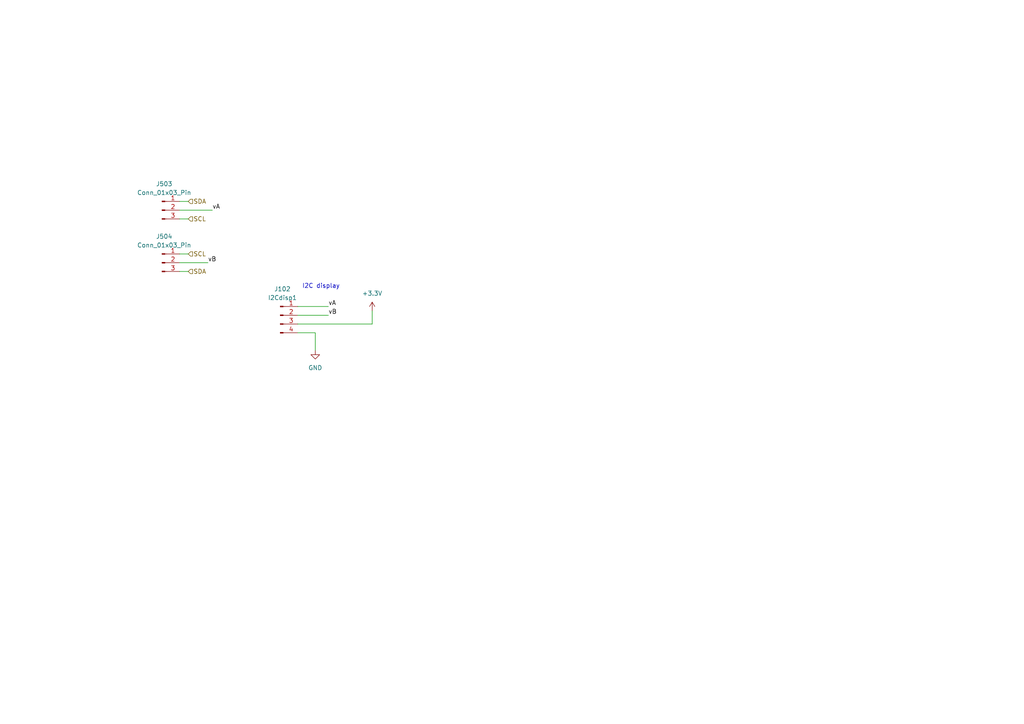
<source format=kicad_sch>
(kicad_sch (version 20230121) (generator eeschema)
  (paper "A4")
  (lib_symbols
    (symbol "Connector:Conn_01x03_Pin" (pin_names (offset 1.016) hide)
      (property "Reference" "J" (at 0 5.08 0))
      (property "Value" "Conn_01x03_Pin" (at 0 -5.08 0))
      (symbol "Conn_01x03_Pin_1_1"
        (polyline (pts (xy 1.27 -2.54) (xy 0.8636 -2.54)) (stroke (width 0.1524)))
        (polyline (pts (xy 1.27 0) (xy 0.8636 0)) (stroke (width 0.1524)))
        (polyline (pts (xy 1.27 2.54) (xy 0.8636 2.54)) (stroke (width 0.1524)))
        (rectangle (start 0.8636 -2.413) (end 0 -2.667) (stroke (width 0.1524)) (fill (type outline)))
        (rectangle (start 0.8636 0.127) (end 0 -0.127) (stroke (width 0.1524)) (fill (type outline)))
        (rectangle (start 0.8636 2.667) (end 0 2.413) (stroke (width 0.1524)) (fill (type outline)))
        (pin passive line (at 5.08 2.54 180) (length 3.81) (name "Pin_1") (number "1"))
        (pin passive line (at 5.08 0 180) (length 3.81) (name "Pin_2") (number "2"))
        (pin passive line (at 5.08 -2.54 180) (length 3.81) (name "Pin_3") (number "3"))
      )
    )
    (symbol "Connector:Conn_01x04_Male" (pin_names (offset 1.016) hide)
      (property "Reference" "J" (at 0 5.08 0))
      (property "Value" "Conn_01x04_Male" (at 0 -7.62 0))
      (symbol "Conn_01x04_Male_1_1"
        (polyline (pts (xy 1.27 -5.08) (xy 0.8636 -5.08)) (stroke (width 0.1524)))
        (polyline (pts (xy 1.27 -2.54) (xy 0.8636 -2.54)) (stroke (width 0.1524)))
        (polyline (pts (xy 1.27 0) (xy 0.8636 0)) (stroke (width 0.1524)))
        (polyline (pts (xy 1.27 2.54) (xy 0.8636 2.54)) (stroke (width 0.1524)))
        (rectangle (start 0.8636 -4.953) (end 0 -5.207) (stroke (width 0.1524)) (fill (type outline)))
        (rectangle (start 0.8636 -2.413) (end 0 -2.667) (stroke (width 0.1524)) (fill (type outline)))
        (rectangle (start 0.8636 0.127) (end 0 -0.127) (stroke (width 0.1524)) (fill (type outline)))
        (rectangle (start 0.8636 2.667) (end 0 2.413) (stroke (width 0.1524)) (fill (type outline)))
        (pin passive line (at 5.08 2.54 180) (length 3.81) (name "Pin_1") (number "1"))
        (pin passive line (at 5.08 0 180) (length 3.81) (name "Pin_2") (number "2"))
        (pin passive line (at 5.08 -2.54 180) (length 3.81) (name "Pin_3") (number "3"))
        (pin passive line (at 5.08 -5.08 180) (length 3.81) (name "Pin_4") (number "4"))
      )
    )
    (symbol "power:+3.3V" (power) (pin_names (offset 0))
      (property "Value" "+3.3V" (at 0 3.556 0))
      (symbol "+3.3V_0_1"
        (polyline (pts (xy -0.762 1.27) (xy 0 2.54)))
        (polyline (pts (xy 0 0) (xy 0 2.54)))
        (polyline (pts (xy 0 2.54) (xy 0.762 1.27)))
      )
      (symbol "+3.3V_1_1"
        (pin power_in line (at 0 0 90) (length 0) hide (name "+3.3V") (number "1"))
      )
    )
    (symbol "power:GND" (power) (pin_names (offset 0))
      (property "Value" "GND" (at 0 -3.81 0))
      (symbol "GND_0_1"
        (polyline (pts (xy 0 0) (xy 0 -1.27) (xy 1.27 -1.27) (xy 0 -2.54) (xy -1.27 -1.27) (xy 0 -1.27)))
      )
      (symbol "GND_1_1"
        (pin power_in line (at 0 0 270) (length 0) hide (name "GND") (number "1"))
      )
    )
  )
  (wire (pts (xy 52.07 76.2) (xy 60.325 76.2)))
  (wire (pts (xy 86.36 96.52) (xy 91.44 96.52)))
  (wire (pts (xy 107.95 90.17) (xy 107.95 93.98)))
  (wire (pts (xy 52.07 78.74) (xy 54.61 78.74)))
  (wire (pts (xy 86.36 88.9) (xy 95.25 88.9)))
  (wire (pts (xy 52.07 58.42) (xy 54.61 58.42)))
  (wire (pts (xy 52.07 63.5) (xy 54.61 63.5)))
  (wire (pts (xy 52.07 73.66) (xy 54.61 73.66)))
  (wire (pts (xy 86.36 93.98) (xy 107.95 93.98)))
  (wire (pts (xy 91.44 96.52) (xy 91.44 101.6)))
  (wire (pts (xy 52.07 60.96) (xy 61.595 60.96)))
  (wire (pts (xy 86.36 91.44) (xy 95.25 91.44)))
  (text "I2C display" (at 87.63 83.82 0) (effects (font (size 1.27 1.27)) (justify left bottom)))
  (label "vA" (at 61.595 60.96 0))
  (label "vB" (at 60.325 76.2 0))
  (label "vA" (at 95.25 88.9 0))
  (label "vB" (at 95.25 91.44 0))
  (hierarchical_label "SCL" (shape input) (at 54.61 63.5 0))
  (hierarchical_label "SDA" (shape input) (at 54.61 58.42 0))
  (hierarchical_label "SDA" (shape input) (at 54.61 78.74 0))
  (hierarchical_label "SCL" (shape input) (at 54.61 73.66 0))
  (symbol (lib_id "Connector:Conn_01x03_Pin") (at 46.99 76.2 0) (unit 1)
    (property "Reference" "J504" (at 47.625 68.58 0))
    (property "Value" "Conn_01x03_Pin" (at 47.625 71.12 0))
    (property "Footprint" "Connector_PinHeader_2.54mm:PinHeader_1x03_P2.54mm_Vertical" (effects hide))
  )
  (symbol (lib_id "Connector:Conn_01x03_Pin") (at 46.99 60.96 0) (unit 1)
    (property "Reference" "J503" (at 47.625 53.34 0))
    (property "Value" "Conn_01x03_Pin" (at 47.625 55.88 0))
    (property "Footprint" "Connector_PinHeader_2.54mm:PinHeader_1x03_P2.54mm_Vertical" (effects hide))
  )
  (symbol (lib_id "power:+3.3V") (at 107.95 90.17 0) (unit 1)
    (property "Reference" "#PWR0105" (effects hide))
    (property "Value" "+3.3V" (at 107.95 85.09 0))
    (instances (project "motor_adapter" (path "" (reference "#PWR0105") (unit 1)) (path "" (reference "#PWR0514") (unit 1))))
  )
  (symbol (lib_id "Connector:Conn_01x04_Male") (at 81.28 91.44 0) (unit 1)
    (property "Reference" "J102" (at 81.915 83.82 0))
    (property "Value" "I2Cdisp1" (at 81.915 86.36 0))
    (property "Footprint" "Connector_PinSocket_2.54mm:PinSocket_1x04_P2.54mm_Vertical" (effects hide))
    (instances (project "motor_adapter" (path "" (reference "J102") (unit 1)) (path "" (reference "J501") (unit 1))))
  )
  (symbol (lib_id "power:GND") (at 91.44 101.6 0) (unit 1)
    (property "Reference" "#PWR0107" (effects hide))
    (property "Value" "GND" (at 91.44 106.68 0))
    (instances (project "motor_adapter" (path "" (reference "#PWR0107") (unit 1)) (path "" (reference "#PWR0509") (unit 1))))
  )
)
</source>
